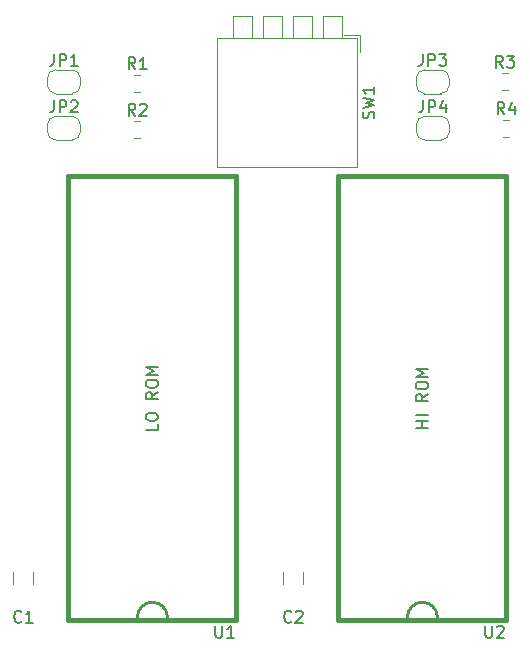
<source format=gbr>
G04 #@! TF.GenerationSoftware,KiCad,Pcbnew,(5.1.5-0-10_14)*
G04 #@! TF.CreationDate,2020-07-12T14:24:48+02:00*
G04 #@! TF.ProjectId,OpenC16Cart,4f70656e-4331-4364-9361-72742e6b6963,3*
G04 #@! TF.SameCoordinates,Original*
G04 #@! TF.FileFunction,Legend,Top*
G04 #@! TF.FilePolarity,Positive*
%FSLAX46Y46*%
G04 Gerber Fmt 4.6, Leading zero omitted, Abs format (unit mm)*
G04 Created by KiCad (PCBNEW (5.1.5-0-10_14)) date 2020-07-12 14:24:48*
%MOMM*%
%LPD*%
G04 APERTURE LIST*
%ADD10C,0.150000*%
%ADD11C,0.120000*%
%ADD12C,0.381000*%
%ADD13C,0.254000*%
G04 APERTURE END LIST*
D10*
X160472380Y-96480000D02*
X159472380Y-96480000D01*
X159948571Y-96480000D02*
X159948571Y-95908571D01*
X160472380Y-95908571D02*
X159472380Y-95908571D01*
X160472380Y-95432380D02*
X159472380Y-95432380D01*
X160472380Y-93622857D02*
X159996190Y-93956190D01*
X160472380Y-94194285D02*
X159472380Y-94194285D01*
X159472380Y-93813333D01*
X159520000Y-93718095D01*
X159567619Y-93670476D01*
X159662857Y-93622857D01*
X159805714Y-93622857D01*
X159900952Y-93670476D01*
X159948571Y-93718095D01*
X159996190Y-93813333D01*
X159996190Y-94194285D01*
X159472380Y-93003809D02*
X159472380Y-92813333D01*
X159520000Y-92718095D01*
X159615238Y-92622857D01*
X159805714Y-92575238D01*
X160139047Y-92575238D01*
X160329523Y-92622857D01*
X160424761Y-92718095D01*
X160472380Y-92813333D01*
X160472380Y-93003809D01*
X160424761Y-93099047D01*
X160329523Y-93194285D01*
X160139047Y-93241904D01*
X159805714Y-93241904D01*
X159615238Y-93194285D01*
X159520000Y-93099047D01*
X159472380Y-93003809D01*
X160472380Y-92146666D02*
X159472380Y-92146666D01*
X160186666Y-91813333D01*
X159472380Y-91480000D01*
X160472380Y-91480000D01*
X137612380Y-96170476D02*
X137612380Y-96646666D01*
X136612380Y-96646666D01*
X136612380Y-95646666D02*
X136612380Y-95456190D01*
X136660000Y-95360952D01*
X136755238Y-95265714D01*
X136945714Y-95218095D01*
X137279047Y-95218095D01*
X137469523Y-95265714D01*
X137564761Y-95360952D01*
X137612380Y-95456190D01*
X137612380Y-95646666D01*
X137564761Y-95741904D01*
X137469523Y-95837142D01*
X137279047Y-95884761D01*
X136945714Y-95884761D01*
X136755238Y-95837142D01*
X136660000Y-95741904D01*
X136612380Y-95646666D01*
X137612380Y-93456190D02*
X137136190Y-93789523D01*
X137612380Y-94027619D02*
X136612380Y-94027619D01*
X136612380Y-93646666D01*
X136660000Y-93551428D01*
X136707619Y-93503809D01*
X136802857Y-93456190D01*
X136945714Y-93456190D01*
X137040952Y-93503809D01*
X137088571Y-93551428D01*
X137136190Y-93646666D01*
X137136190Y-94027619D01*
X136612380Y-92837142D02*
X136612380Y-92646666D01*
X136660000Y-92551428D01*
X136755238Y-92456190D01*
X136945714Y-92408571D01*
X137279047Y-92408571D01*
X137469523Y-92456190D01*
X137564761Y-92551428D01*
X137612380Y-92646666D01*
X137612380Y-92837142D01*
X137564761Y-92932380D01*
X137469523Y-93027619D01*
X137279047Y-93075238D01*
X136945714Y-93075238D01*
X136755238Y-93027619D01*
X136660000Y-92932380D01*
X136612380Y-92837142D01*
X137612380Y-91980000D02*
X136612380Y-91980000D01*
X137326666Y-91646666D01*
X136612380Y-91313333D01*
X137612380Y-91313333D01*
D11*
X145590000Y-63501000D02*
X143970000Y-63501000D01*
X145590000Y-61641000D02*
X143970000Y-61641000D01*
X143970000Y-61641000D02*
X143970000Y-63501000D01*
X145590000Y-61641000D02*
X145590000Y-63501000D01*
X148130000Y-63501000D02*
X146510000Y-63501000D01*
X148130000Y-61641000D02*
X146510000Y-61641000D01*
X146510000Y-61641000D02*
X146510000Y-63501000D01*
X148130000Y-61641000D02*
X148130000Y-63501000D01*
X150670000Y-63501000D02*
X149050000Y-63501000D01*
X150670000Y-61641000D02*
X149050000Y-61641000D01*
X149050000Y-61641000D02*
X149050000Y-63501000D01*
X150670000Y-61641000D02*
X150670000Y-63501000D01*
X153210000Y-63501000D02*
X151590000Y-63501000D01*
X153210000Y-61641000D02*
X151590000Y-61641000D01*
X151590000Y-61641000D02*
X151590000Y-63501000D01*
X153210000Y-61641000D02*
X153210000Y-63501000D01*
X154750000Y-63261000D02*
X153367000Y-63261000D01*
X154750000Y-63261000D02*
X154750000Y-64644000D01*
X154510000Y-74421000D02*
X142670000Y-74421000D01*
X154510000Y-63501000D02*
X142670000Y-63501000D01*
X142670000Y-63501000D02*
X142670000Y-74421000D01*
X154510000Y-63501000D02*
X154510000Y-74421000D01*
X128967000Y-66183000D02*
X130367000Y-66183000D01*
X131067000Y-66883000D02*
X131067000Y-67483000D01*
X130367000Y-68183000D02*
X128967000Y-68183000D01*
X128267000Y-67483000D02*
X128267000Y-66883000D01*
X128267000Y-66883000D02*
G75*
G02X128967000Y-66183000I700000J0D01*
G01*
X128967000Y-68183000D02*
G75*
G02X128267000Y-67483000I0J700000D01*
G01*
X131067000Y-67483000D02*
G75*
G02X130367000Y-68183000I-700000J0D01*
G01*
X130367000Y-66183000D02*
G75*
G02X131067000Y-66883000I0J-700000D01*
G01*
X128967000Y-70120000D02*
X130367000Y-70120000D01*
X131067000Y-70820000D02*
X131067000Y-71420000D01*
X130367000Y-72120000D02*
X128967000Y-72120000D01*
X128267000Y-71420000D02*
X128267000Y-70820000D01*
X128267000Y-70820000D02*
G75*
G02X128967000Y-70120000I700000J0D01*
G01*
X128967000Y-72120000D02*
G75*
G02X128267000Y-71420000I0J700000D01*
G01*
X131067000Y-71420000D02*
G75*
G02X130367000Y-72120000I-700000J0D01*
G01*
X130367000Y-70120000D02*
G75*
G02X131067000Y-70820000I0J-700000D01*
G01*
X160194000Y-66183000D02*
X161594000Y-66183000D01*
X162294000Y-66883000D02*
X162294000Y-67483000D01*
X161594000Y-68183000D02*
X160194000Y-68183000D01*
X159494000Y-67483000D02*
X159494000Y-66883000D01*
X159494000Y-66883000D02*
G75*
G02X160194000Y-66183000I700000J0D01*
G01*
X160194000Y-68183000D02*
G75*
G02X159494000Y-67483000I0J700000D01*
G01*
X162294000Y-67483000D02*
G75*
G02X161594000Y-68183000I-700000J0D01*
G01*
X161594000Y-66183000D02*
G75*
G02X162294000Y-66883000I0J-700000D01*
G01*
X160209000Y-70120000D02*
X161609000Y-70120000D01*
X162309000Y-70820000D02*
X162309000Y-71420000D01*
X161609000Y-72120000D02*
X160209000Y-72120000D01*
X159509000Y-71420000D02*
X159509000Y-70820000D01*
X159509000Y-70820000D02*
G75*
G02X160209000Y-70120000I700000J0D01*
G01*
X160209000Y-72120000D02*
G75*
G02X159509000Y-71420000I0J700000D01*
G01*
X162309000Y-71420000D02*
G75*
G02X161609000Y-72120000I-700000J0D01*
G01*
X161609000Y-70120000D02*
G75*
G02X162309000Y-70820000I0J-700000D01*
G01*
X135628748Y-68020000D02*
X136151252Y-68020000D01*
X135628748Y-66600000D02*
X136151252Y-66600000D01*
X135628748Y-71957000D02*
X136151252Y-71957000D01*
X135628748Y-70537000D02*
X136151252Y-70537000D01*
X166743748Y-67893000D02*
X167266252Y-67893000D01*
X166743748Y-66473000D02*
X167266252Y-66473000D01*
X166870748Y-71830000D02*
X167393252Y-71830000D01*
X166870748Y-70410000D02*
X167393252Y-70410000D01*
X127088000Y-109720000D02*
X127088000Y-108720000D01*
X125388000Y-108720000D02*
X125388000Y-109720000D01*
X149948000Y-109720000D02*
X149948000Y-108720000D01*
X148248000Y-108720000D02*
X148248000Y-109720000D01*
D12*
X144272000Y-75184000D02*
X130048000Y-75184000D01*
X130048000Y-112776000D02*
X144272000Y-112776000D01*
X130048000Y-75184000D02*
X130048000Y-112776000D01*
X144272000Y-75184000D02*
X144272000Y-112776000D01*
D13*
X137160000Y-111252000D02*
G75*
G03X135890000Y-112522000I0J-1270000D01*
G01*
X138430000Y-112522000D02*
G75*
G03X137160000Y-111252000I-1270000J0D01*
G01*
D12*
X167132000Y-75184000D02*
X152908000Y-75184000D01*
X152908000Y-112776000D02*
X167132000Y-112776000D01*
X152908000Y-75184000D02*
X152908000Y-112776000D01*
X167132000Y-75184000D02*
X167132000Y-112776000D01*
D13*
X160020000Y-111252000D02*
G75*
G03X158750000Y-112522000I0J-1270000D01*
G01*
X161290000Y-112522000D02*
G75*
G03X160020000Y-111252000I-1270000J0D01*
G01*
D10*
X155914761Y-70294333D02*
X155962380Y-70151476D01*
X155962380Y-69913380D01*
X155914761Y-69818142D01*
X155867142Y-69770523D01*
X155771904Y-69722904D01*
X155676666Y-69722904D01*
X155581428Y-69770523D01*
X155533809Y-69818142D01*
X155486190Y-69913380D01*
X155438571Y-70103857D01*
X155390952Y-70199095D01*
X155343333Y-70246714D01*
X155248095Y-70294333D01*
X155152857Y-70294333D01*
X155057619Y-70246714D01*
X155010000Y-70199095D01*
X154962380Y-70103857D01*
X154962380Y-69865761D01*
X155010000Y-69722904D01*
X154962380Y-69389571D02*
X155962380Y-69151476D01*
X155248095Y-68961000D01*
X155962380Y-68770523D01*
X154962380Y-68532428D01*
X155962380Y-67627666D02*
X155962380Y-68199095D01*
X155962380Y-67913380D02*
X154962380Y-67913380D01*
X155105238Y-68008619D01*
X155200476Y-68103857D01*
X155248095Y-68199095D01*
X128833666Y-64835380D02*
X128833666Y-65549666D01*
X128786047Y-65692523D01*
X128690809Y-65787761D01*
X128547952Y-65835380D01*
X128452714Y-65835380D01*
X129309857Y-65835380D02*
X129309857Y-64835380D01*
X129690809Y-64835380D01*
X129786047Y-64883000D01*
X129833666Y-64930619D01*
X129881285Y-65025857D01*
X129881285Y-65168714D01*
X129833666Y-65263952D01*
X129786047Y-65311571D01*
X129690809Y-65359190D01*
X129309857Y-65359190D01*
X130833666Y-65835380D02*
X130262238Y-65835380D01*
X130547952Y-65835380D02*
X130547952Y-64835380D01*
X130452714Y-64978238D01*
X130357476Y-65073476D01*
X130262238Y-65121095D01*
X128833666Y-68772380D02*
X128833666Y-69486666D01*
X128786047Y-69629523D01*
X128690809Y-69724761D01*
X128547952Y-69772380D01*
X128452714Y-69772380D01*
X129309857Y-69772380D02*
X129309857Y-68772380D01*
X129690809Y-68772380D01*
X129786047Y-68820000D01*
X129833666Y-68867619D01*
X129881285Y-68962857D01*
X129881285Y-69105714D01*
X129833666Y-69200952D01*
X129786047Y-69248571D01*
X129690809Y-69296190D01*
X129309857Y-69296190D01*
X130262238Y-68867619D02*
X130309857Y-68820000D01*
X130405095Y-68772380D01*
X130643190Y-68772380D01*
X130738428Y-68820000D01*
X130786047Y-68867619D01*
X130833666Y-68962857D01*
X130833666Y-69058095D01*
X130786047Y-69200952D01*
X130214619Y-69772380D01*
X130833666Y-69772380D01*
X160060666Y-64835380D02*
X160060666Y-65549666D01*
X160013047Y-65692523D01*
X159917809Y-65787761D01*
X159774952Y-65835380D01*
X159679714Y-65835380D01*
X160536857Y-65835380D02*
X160536857Y-64835380D01*
X160917809Y-64835380D01*
X161013047Y-64883000D01*
X161060666Y-64930619D01*
X161108285Y-65025857D01*
X161108285Y-65168714D01*
X161060666Y-65263952D01*
X161013047Y-65311571D01*
X160917809Y-65359190D01*
X160536857Y-65359190D01*
X161441619Y-64835380D02*
X162060666Y-64835380D01*
X161727333Y-65216333D01*
X161870190Y-65216333D01*
X161965428Y-65263952D01*
X162013047Y-65311571D01*
X162060666Y-65406809D01*
X162060666Y-65644904D01*
X162013047Y-65740142D01*
X161965428Y-65787761D01*
X161870190Y-65835380D01*
X161584476Y-65835380D01*
X161489238Y-65787761D01*
X161441619Y-65740142D01*
X160075666Y-68772380D02*
X160075666Y-69486666D01*
X160028047Y-69629523D01*
X159932809Y-69724761D01*
X159789952Y-69772380D01*
X159694714Y-69772380D01*
X160551857Y-69772380D02*
X160551857Y-68772380D01*
X160932809Y-68772380D01*
X161028047Y-68820000D01*
X161075666Y-68867619D01*
X161123285Y-68962857D01*
X161123285Y-69105714D01*
X161075666Y-69200952D01*
X161028047Y-69248571D01*
X160932809Y-69296190D01*
X160551857Y-69296190D01*
X161980428Y-69105714D02*
X161980428Y-69772380D01*
X161742333Y-68724761D02*
X161504238Y-69439047D01*
X162123285Y-69439047D01*
X135723333Y-66112380D02*
X135390000Y-65636190D01*
X135151904Y-66112380D02*
X135151904Y-65112380D01*
X135532857Y-65112380D01*
X135628095Y-65160000D01*
X135675714Y-65207619D01*
X135723333Y-65302857D01*
X135723333Y-65445714D01*
X135675714Y-65540952D01*
X135628095Y-65588571D01*
X135532857Y-65636190D01*
X135151904Y-65636190D01*
X136675714Y-66112380D02*
X136104285Y-66112380D01*
X136390000Y-66112380D02*
X136390000Y-65112380D01*
X136294761Y-65255238D01*
X136199523Y-65350476D01*
X136104285Y-65398095D01*
X135723333Y-70049380D02*
X135390000Y-69573190D01*
X135151904Y-70049380D02*
X135151904Y-69049380D01*
X135532857Y-69049380D01*
X135628095Y-69097000D01*
X135675714Y-69144619D01*
X135723333Y-69239857D01*
X135723333Y-69382714D01*
X135675714Y-69477952D01*
X135628095Y-69525571D01*
X135532857Y-69573190D01*
X135151904Y-69573190D01*
X136104285Y-69144619D02*
X136151904Y-69097000D01*
X136247142Y-69049380D01*
X136485238Y-69049380D01*
X136580476Y-69097000D01*
X136628095Y-69144619D01*
X136675714Y-69239857D01*
X136675714Y-69335095D01*
X136628095Y-69477952D01*
X136056666Y-70049380D01*
X136675714Y-70049380D01*
X166838333Y-65985380D02*
X166505000Y-65509190D01*
X166266904Y-65985380D02*
X166266904Y-64985380D01*
X166647857Y-64985380D01*
X166743095Y-65033000D01*
X166790714Y-65080619D01*
X166838333Y-65175857D01*
X166838333Y-65318714D01*
X166790714Y-65413952D01*
X166743095Y-65461571D01*
X166647857Y-65509190D01*
X166266904Y-65509190D01*
X167171666Y-64985380D02*
X167790714Y-64985380D01*
X167457380Y-65366333D01*
X167600238Y-65366333D01*
X167695476Y-65413952D01*
X167743095Y-65461571D01*
X167790714Y-65556809D01*
X167790714Y-65794904D01*
X167743095Y-65890142D01*
X167695476Y-65937761D01*
X167600238Y-65985380D01*
X167314523Y-65985380D01*
X167219285Y-65937761D01*
X167171666Y-65890142D01*
X166965333Y-69922380D02*
X166632000Y-69446190D01*
X166393904Y-69922380D02*
X166393904Y-68922380D01*
X166774857Y-68922380D01*
X166870095Y-68970000D01*
X166917714Y-69017619D01*
X166965333Y-69112857D01*
X166965333Y-69255714D01*
X166917714Y-69350952D01*
X166870095Y-69398571D01*
X166774857Y-69446190D01*
X166393904Y-69446190D01*
X167822476Y-69255714D02*
X167822476Y-69922380D01*
X167584380Y-68874761D02*
X167346285Y-69589047D01*
X167965333Y-69589047D01*
X126071333Y-112879142D02*
X126023714Y-112926761D01*
X125880857Y-112974380D01*
X125785619Y-112974380D01*
X125642761Y-112926761D01*
X125547523Y-112831523D01*
X125499904Y-112736285D01*
X125452285Y-112545809D01*
X125452285Y-112402952D01*
X125499904Y-112212476D01*
X125547523Y-112117238D01*
X125642761Y-112022000D01*
X125785619Y-111974380D01*
X125880857Y-111974380D01*
X126023714Y-112022000D01*
X126071333Y-112069619D01*
X127023714Y-112974380D02*
X126452285Y-112974380D01*
X126738000Y-112974380D02*
X126738000Y-111974380D01*
X126642761Y-112117238D01*
X126547523Y-112212476D01*
X126452285Y-112260095D01*
X148931333Y-112879142D02*
X148883714Y-112926761D01*
X148740857Y-112974380D01*
X148645619Y-112974380D01*
X148502761Y-112926761D01*
X148407523Y-112831523D01*
X148359904Y-112736285D01*
X148312285Y-112545809D01*
X148312285Y-112402952D01*
X148359904Y-112212476D01*
X148407523Y-112117238D01*
X148502761Y-112022000D01*
X148645619Y-111974380D01*
X148740857Y-111974380D01*
X148883714Y-112022000D01*
X148931333Y-112069619D01*
X149312285Y-112069619D02*
X149359904Y-112022000D01*
X149455142Y-111974380D01*
X149693238Y-111974380D01*
X149788476Y-112022000D01*
X149836095Y-112069619D01*
X149883714Y-112164857D01*
X149883714Y-112260095D01*
X149836095Y-112402952D01*
X149264666Y-112974380D01*
X149883714Y-112974380D01*
X142494095Y-113244380D02*
X142494095Y-114053904D01*
X142541714Y-114149142D01*
X142589333Y-114196761D01*
X142684571Y-114244380D01*
X142875047Y-114244380D01*
X142970285Y-114196761D01*
X143017904Y-114149142D01*
X143065523Y-114053904D01*
X143065523Y-113244380D01*
X144065523Y-114244380D02*
X143494095Y-114244380D01*
X143779809Y-114244380D02*
X143779809Y-113244380D01*
X143684571Y-113387238D01*
X143589333Y-113482476D01*
X143494095Y-113530095D01*
X165354095Y-113244380D02*
X165354095Y-114053904D01*
X165401714Y-114149142D01*
X165449333Y-114196761D01*
X165544571Y-114244380D01*
X165735047Y-114244380D01*
X165830285Y-114196761D01*
X165877904Y-114149142D01*
X165925523Y-114053904D01*
X165925523Y-113244380D01*
X166354095Y-113339619D02*
X166401714Y-113292000D01*
X166496952Y-113244380D01*
X166735047Y-113244380D01*
X166830285Y-113292000D01*
X166877904Y-113339619D01*
X166925523Y-113434857D01*
X166925523Y-113530095D01*
X166877904Y-113672952D01*
X166306476Y-114244380D01*
X166925523Y-114244380D01*
M02*

</source>
